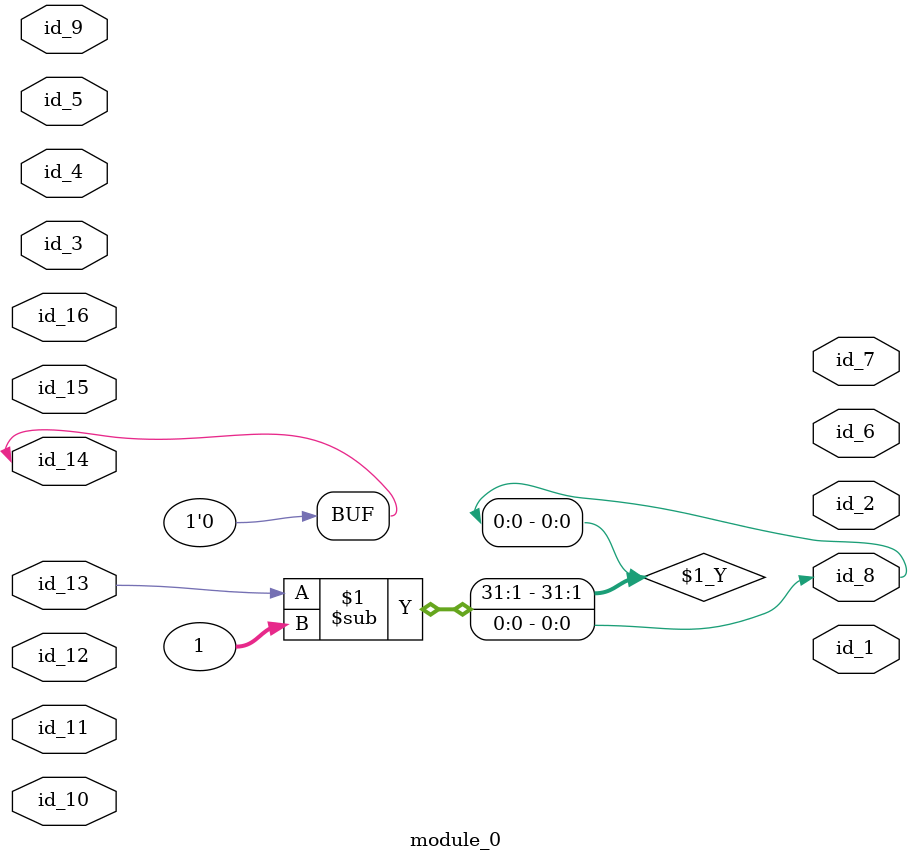
<source format=v>
module module_0 (
    id_1,
    id_2,
    id_3,
    id_4,
    id_5,
    id_6,
    id_7,
    id_8,
    id_9,
    id_10,
    id_11,
    id_12,
    id_13,
    id_14,
    id_15,
    id_16
);
  input id_16;
  input id_15;
  inout id_14;
  input id_13;
  inout id_12;
  input id_11;
  input id_10;
  inout id_9;
  output id_8;
  output id_7;
  output id_6;
  input id_5;
  inout id_4;
  inout id_3;
  output id_2;
  output id_1;
  assign id_8[1'b0] = {id_5, 1, id_13 - 1};
  assign id_14 = 1'h0;
endmodule

</source>
